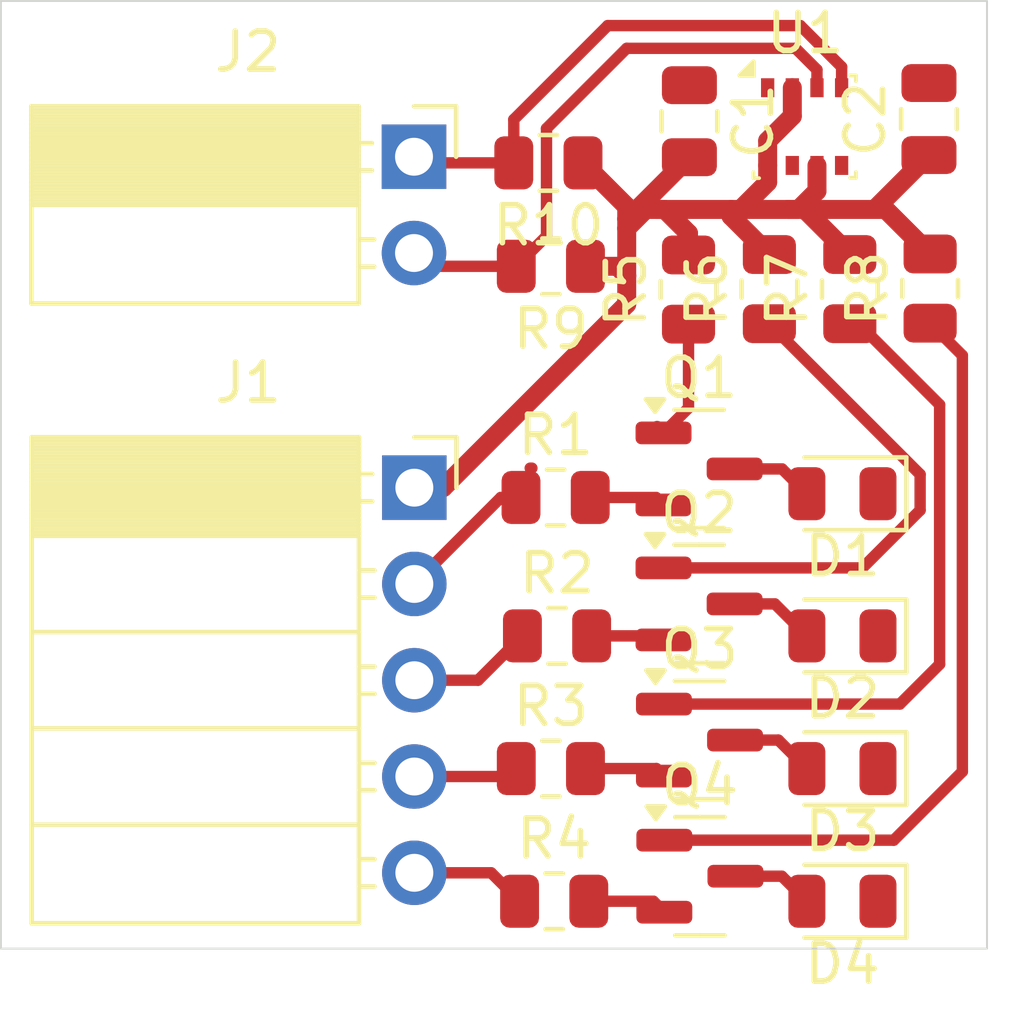
<source format=kicad_pcb>
(kicad_pcb (version 20240108) (generator "pcbnew") (generator_version "8.0")
  (layers (0 "F.Cu" signal) (31 "B.Cu" signal) (34 "B.Paste" user) (35 "F.Paste" user) (36 "B.SilkS" user "B.Silkscreen") (37 "F.SilkS" user "F.Silkscreen") (38 "B.Mask" user) (39 "F.Mask" user) (44 "Edge.Cuts" user))
  (net 0 "")
  (net 1 "Net-(C1-Pad1)")
  (net 2 "3,3V")
  (net 3 "GND")
  (net 4 "Net-(D1-A)")
  (net 5 "Net-(D2-A)")
  (net 6 "Net-(D3-A)")
  (net 7 "Net-(D4-A)")
  (net 8 "IN1")
  (net 9 "IN3")
  (net 10 "IN4")
  (net 11 "IN2")
  (net 12 "OUT2")
  (net 13 "OUT1")
  (net 14 "Net-(Q1-B)")
  (net 15 "Net-(Q1-C)")
  (net 16 "Net-(Q2-B)")
  (net 17 "Net-(Q2-C)")
  (net 18 "Net-(Q3-C)")
  (net 19 "Net-(Q3-B)")
  (net 20 "Net-(Q4-B)")
  (net 21 "Net-(Q4-C)")
  (footprint "Package_TO_SOT_SMD:SOT-23" (layer "F.Cu") (at 95.429527 49.589362)
    (property "Reference" "Q4" (at 0 -2.4 0) (layer "F.SilkS"))
    (property "Value" "NPN")
    (fp_line (start 0 -1.56) (end -0.65 -1.56) (stroke (width 0.12)) (layer "F.SilkS"))
    (fp_line (start 0 -1.56) (end 0.65 -1.56) (stroke (width 0.12)) (layer "F.SilkS"))
    (fp_line (start 0 1.56) (end -0.65 1.56) (stroke (width 0.12)) (layer "F.SilkS"))
    (fp_line (start 0 1.56) (end 0.65 1.56) (stroke (width 0.12)) (layer "F.SilkS"))
    (fp_poly (pts (xy -1.1625 -1.51) (xy -1.4025 -1.84) (xy -0.9225 -1.84) (xy -1.1625 -1.51)) (stroke (width 0.12)) (fill solid) (layer "F.SilkS"))
    (pad "1" smd roundrect (at -0.9375 -0.95) (size 1.475 0.6) (layers "F.Cu" "F.Paste" "F.Mask") (net 21 "Net-(Q4-C)"))
    (pad "2" smd roundrect (at -0.9375 0.95) (size 1.475 0.6) (layers "F.Cu" "F.Paste" "F.Mask") (net 20 "Net-(Q4-B)"))
    (pad "3" smd roundrect (at 0.9375 0) (size 1.475 0.6) (layers "F.Cu" "F.Paste" "F.Mask") (net 7 "Net-(D4-A)"))
  )
  (footprint "Resistor_SMD:R_0805_2012Metric" (layer "F.Cu") (at 101.5 34.0875 90)
    (property "Reference" "R8" (at 0 -1.65 90) (layer "F.SilkS"))
    (property "Value" "82")
    (fp_line (start -0.227064 -0.735) (end 0.227064 -0.735) (stroke (width 0.12)) (layer "F.SilkS"))
    (fp_line (start -0.227064 0.735) (end 0.227064 0.735) (stroke (width 0.12)) (layer "F.SilkS"))
    (pad "1" smd roundrect (at -0.9125 0 90) (size 1.025 1.4) (layers "F.Cu" "F.Paste" "F.Mask") (roundrect_rratio 0.243902) (net 21 "Net-(Q4-C)"))
    (pad "2" smd roundrect (at 0.9125 0 90) (size 1.025 1.4) (layers "F.Cu" "F.Paste" "F.Mask") (roundrect_rratio 0.243902) (net 2 "3,3V"))
  )
  (footprint "Package_TO_SOT_SMD:SOT-23" (layer "F.Cu") (at 95.407978 38.846014)
    (property "Reference" "Q1" (at 0 -2.4 0) (layer "F.SilkS"))
    (property "Value" "NPN")
    (fp_line (start 0 -1.56) (end -0.65 -1.56) (stroke (width 0.12)) (layer "F.SilkS"))
    (fp_line (start 0 -1.56) (end 0.65 -1.56) (stroke (width 0.12)) (layer "F.SilkS"))
    (fp_line (start 0 1.56) (end -0.65 1.56) (stroke (width 0.12)) (layer "F.SilkS"))
    (fp_line (start 0 1.56) (end 0.65 1.56) (stroke (width 0.12)) (layer "F.SilkS"))
    (fp_poly (pts (xy -1.1625 -1.51) (xy -1.4025 -1.84) (xy -0.9225 -1.84) (xy -1.1625 -1.51)) (stroke (width 0.12)) (fill solid) (layer "F.SilkS"))
    (pad "1" smd roundrect (at -0.9375 -0.95) (size 1.475 0.6) (layers "F.Cu" "F.Paste" "F.Mask") (net 15 "Net-(Q1-C)"))
    (pad "2" smd roundrect (at -0.9375 0.95) (size 1.475 0.6) (layers "F.Cu" "F.Paste" "F.Mask") (net 14 "Net-(Q1-B)"))
    (pad "3" smd roundrect (at 0.9375 0) (size 1.475 0.6) (layers "F.Cu" "F.Paste" "F.Mask") (net 4 "Net-(D1-A)"))
  )
  (footprint "Connector_PinSocket_2.54mm:PinSocket_1x05_P2.54mm_Horizontal" (layer "F.Cu") (at 87.9 39.34)
    (property "Reference" "J1" (at -4.38 -2.77 0) (layer "F.SilkS"))
    (property "Value" "Conn_01x05")
    (fp_line (start -10.09 -1.33) (end -10.09 11.49) (stroke (width 0.12)) (layer "F.SilkS"))
    (fp_line (start -10.09 -1.33) (end -1.46 -1.33) (stroke (width 0.12)) (layer "F.SilkS"))
    (fp_line (start -10.09 -1.21) (end -1.46 -1.21) (stroke (width 0.12)) (layer "F.SilkS"))
    (fp_line (start -10.09 -1.091905) (end -1.46 -1.091905) (stroke (width 0.12)) (layer "F.SilkS"))
    (fp_line (start -10.09 -0.97381) (end -1.46 -0.97381) (stroke (width 0.12)) (layer "F.SilkS"))
    (fp_line (start -10.09 -0.855715) (end -1.46 -0.855715) (stroke (width 0.12)) (layer "F.SilkS"))
    (fp_line (start -10.09 -0.73762) (end -1.46 -0.73762) (stroke (width 0.12)) (layer "F.SilkS"))
    (fp_line (start -10.09 -0.619525) (end -1.46 -0.619525) (stroke (width 0.12)) (layer "F.SilkS"))
    (fp_line (start -10.09 -0.50143) (end -1.46 -0.50143) (stroke (width 0.12)) (layer "F.SilkS"))
    (fp_line (start -10.09 -0.383335) (end -1.46 -0.383335) (stroke (width 0.12)) (layer "F.SilkS"))
    (fp_line (start -10.09 -0.26524) (end -1.46 -0.26524) (stroke (width 0.12)) (layer "F.SilkS"))
    (fp_line (start -10.09 -0.147145) (end -1.46 -0.147145) (stroke (width 0.12)) (layer "F.SilkS"))
    (fp_line (start -10.09 -0.02905) (end -1.46 -0.02905) (stroke (width 0.12)) (layer "F.SilkS"))
    (fp_line (start -10.09 0.089045) (end -1.46 0.089045) (stroke (width 0.12)) (layer "F.SilkS"))
    (fp_line (start -10.09 0.20714) (end -1.46 0.20714) (stroke (width 0.12)) (layer "F.SilkS"))
    (fp_line (start -10.09 0.325235) (end -1.46 0.325235) (stroke (width 0.12)) (layer "F.SilkS"))
    (fp_line (start -10.09 0.44333) (end -1.46 0.44333) (stroke (width 0.12)) (layer "F.SilkS"))
    (fp_line (start -10.09 0.561425) (end -1.46 0.561425) (stroke (width 0.12)) (layer "F.SilkS"))
    (fp_line (start -10.09 0.67952) (end -1.46 0.67952) (stroke (width 0.12)) (layer "F.SilkS"))
    (fp_line (start -10.09 0.797615) (end -1.46 0.797615) (stroke (width 0.12)) (layer "F.SilkS"))
    (fp_line (start -10.09 0.91571) (end -1.46 0.91571) (stroke (width 0.12)) (layer "F.SilkS"))
    (fp_line (start -10.09 1.033805) (end -1.46 1.033805) (stroke (width 0.12)) (layer "F.SilkS"))
    (fp_line (start -10.09 1.1519) (end -1.46 1.1519) (stroke (width 0.12)) (layer "F.SilkS"))
    (fp_line (start -10.09 1.27) (end -1.46 1.27) (stroke (width 0.12)) (layer "F.SilkS"))
    (fp_line (start -10.09 3.81) (end -1.46 3.81) (stroke (width 0.12)) (layer "F.SilkS"))
    (fp_line (start -10.09 6.35) (end -1.46 6.35) (stroke (width 0.12)) (layer "F.SilkS"))
    (fp_line (start -10.09 8.89) (end -1.46 8.89) (stroke (width 0.12)) (layer "F.SilkS"))
    (fp_line (start -10.09 11.49) (end -1.46 11.49) (stroke (width 0.12)) (layer "F.SilkS"))
    (fp_line (start -1.46 -1.33) (end -1.46 11.49) (stroke (width 0.12)) (layer "F.SilkS"))
    (fp_line (start -1.46 -0.36) (end -1.11 -0.36) (stroke (width 0.12)) (layer "F.SilkS"))
    (fp_line (start -1.46 0.36) (end -1.11 0.36) (stroke (width 0.12)) (layer "F.SilkS"))
    (fp_line (start -1.46 2.18) (end -1.05 2.18) (stroke (width 0.12)) (layer "F.SilkS"))
    (fp_line (start -1.46 2.9) (end -1.05 2.9) (stroke (width 0.12)) (layer "F.SilkS"))
    (fp_line (start -1.46 4.72) (end -1.05 4.72) (stroke (width 0.12)) (layer "F.SilkS"))
    (fp_line (start -1.46 5.44) (end -1.05 5.44) (stroke (width 0.12)) (layer "F.SilkS"))
    (fp_line (start -1.46 7.26) (end -1.05 7.26) (stroke (width 0.12)) (layer "F.SilkS"))
    (fp_line (start -1.46 7.98) (end -1.05 7.98) (stroke (width 0.12)) (layer "F.SilkS"))
    (fp_line (start -1.46 9.8) (end -1.05 9.8) (stroke (width 0.12)) (layer "F.SilkS"))
    (fp_line (start -1.46 10.52) (end -1.05 10.52) (stroke (width 0.12)) (layer "F.SilkS"))
    (fp_line (start 0 -1.33) (end 1.11 -1.33) (stroke (width 0.12)) (layer "F.SilkS"))
    (fp_line (start 1.11 -1.33) (end 1.11 0) (stroke (width 0.12)) (layer "F.SilkS"))
    (pad "1" thru_hole rect (at 0 0) (size 1.7 1.7) (drill 1) (layers "*.Cu" "*.Mask") (net 2 "3,3V"))
    (pad "2" thru_hole oval (at 0 2.54) (size 1.7 1.7) (drill 1) (layers "*.Cu" "*.Mask") (net 8 "IN1"))
    (pad "3" thru_hole oval (at 0 5.08) (size 1.7 1.7) (drill 1) (layers "*.Cu" "*.Mask") (net 11 "IN2"))
    (pad "4" thru_hole oval (at 0 7.62) (size 1.7 1.7) (drill 1) (layers "*.Cu" "*.Mask") (net 9 "IN3"))
    (pad "5" thru_hole oval (at 0 10.16) (size 1.7 1.7) (drill 1) (layers "*.Cu" "*.Mask") (net 10 "IN4"))
  )
  (footprint "LED_SMD:LED_0805_2012Metric" (layer "F.Cu") (at 99.1875 43.25 180)
    (property "Reference" "D2" (at 0 -1.65 360) (layer "F.SilkS"))
    (property "Value" "LED_Rot")
    (fp_line (start 1 -0.96) (end -1.685 -0.96) (stroke (width 0.12)) (layer "F.SilkS"))
    (fp_line (start -1.685 0.96) (end 1 0.96) (stroke (width 0.12)) (layer "F.SilkS"))
    (fp_line (start -1.685 -0.96) (end -1.685 0.96) (stroke (width 0.12)) (layer "F.SilkS"))
    (pad "1" smd roundrect (at -0.9375 0 180) (size 0.975 1.4) (layers "F.Cu" "F.Paste" "F.Mask") (net 3 "GND"))
    (pad "2" smd roundrect (at 0.9375 0 180) (size 0.975 1.4) (layers "F.Cu" "F.Paste" "F.Mask") (net 5 "Net-(D2-A)"))
  )
  (footprint "Resistor_SMD:R_0805_2012Metric" (layer "F.Cu") (at 91.5875 50.25)
    (property "Reference" "R4" (at 0 -1.65 360) (layer "F.SilkS"))
    (property "Value" "1k")
    (fp_line (start -0.227064 -0.735) (end 0.227064 -0.735) (stroke (width 0.12)) (layer "F.SilkS"))
    (fp_line (start -0.227064 0.735) (end 0.227064 0.735) (stroke (width 0.12)) (layer "F.SilkS"))
    (pad "1" smd roundrect (at -0.9125 0) (size 1.025 1.4) (layers "F.Cu" "F.Paste" "F.Mask") (roundrect_rratio 0.243902) (net 10 "IN4"))
    (pad "2" smd roundrect (at 0.9125 0) (size 1.025 1.4) (layers "F.Cu" "F.Paste" "F.Mask") (roundrect_rratio 0.243902) (net 20 "Net-(Q4-B)"))
  )
  (footprint "Connector_PinSocket_2.54mm:PinSocket_1x02_P2.54mm_Horizontal" (layer "F.Cu") (at 87.891254 30.609838)
    (property "Reference" "J2" (at -4.38 -2.77 0) (layer "F.SilkS"))
    (property "Value" "Conn_01x02")
    (fp_line (start -10.09 -1.33) (end -10.09 3.87) (stroke (width 0.12)) (layer "F.SilkS"))
    (fp_line (start -10.09 -1.33) (end -1.46 -1.33) (stroke (width 0.12)) (layer "F.SilkS"))
    (fp_line (start -10.09 -1.21) (end -1.46 -1.21) (stroke (width 0.12)) (layer "F.SilkS"))
    (fp_line (start -10.09 -1.091905) (end -1.46 -1.091905) (stroke (width 0.12)) (layer "F.SilkS"))
    (fp_line (start -10.09 -0.97381) (end -1.46 -0.97381) (stroke (width 0.12)) (layer "F.SilkS"))
    (fp_line (start -10.09 -0.855715) (end -1.46 -0.855715) (stroke (width 0.12)) (layer "F.SilkS"))
    (fp_line (start -10.09 -0.73762) (end -1.46 -0.73762) (stroke (width 0.12)) (layer "F.SilkS"))
    (fp_line (start -10.09 -0.619525) (end -1.46 -0.619525) (stroke (width 0.12)) (layer "F.SilkS"))
    (fp_line (start -10.09 -0.50143) (end -1.46 -0.50143) (stroke (width 0.12)) (layer "F.SilkS"))
    (fp_line (start -10.09 -0.383335) (end -1.46 -0.383335) (stroke (width 0.12)) (layer "F.SilkS"))
    (fp_line (start -10.09 -0.26524) (end -1.46 -0.26524) (stroke (width 0.12)) (layer "F.SilkS"))
    (fp_line (start -10.09 -0.147145) (end -1.46 -0.147145) (stroke (width 0.12)) (layer "F.SilkS"))
    (fp_line (start -10.09 -0.02905) (end -1.46 -0.02905) (stroke (width 0.12)) (layer "F.SilkS"))
    (fp_line (start -10.09 0.089045) (end -1.46 0.089045) (stroke (width 0.12)) (layer "F.SilkS"))
    (fp_line (start -10.09 0.20714) (end -1.46 0.20714) (stroke (width 0.12)) (layer "F.SilkS"))
    (fp_line (start -10.09 0.325235) (end -1.46 0.325235) (stroke (width 0.12)) (layer "F.SilkS"))
    (fp_line (start -10.09 0.44333) (end -1.46 0.44333) (stroke (width 0.12)) (layer "F.SilkS"))
    (fp_line (start -10.09 0.561425) (end -1.46 0.561425) (stroke (width 0.12)) (layer "F.SilkS"))
    (fp_line (start -10.09 0.67952) (end -1.46 0.67952) (stroke (width 0.12)) (layer "F.SilkS"))
    (fp_line (start -10.09 0.797615) (end -1.46 0.797615) (stroke (width 0.12)) (layer "F.SilkS"))
    (fp_line (start -10.09 0.91571) (end -1.46 0.91571) (stroke (width 0.12)) (layer "F.SilkS"))
    (fp_line (start -10.09 1.033805) (end -1.46 1.033805) (stroke (width 0.12)) (layer "F.SilkS"))
    (fp_line (start -10.09 1.1519) (end -1.46 1.1519) (stroke (width 0.12)) (layer "F.SilkS"))
    (fp_line (start -10.09 1.27) (end -1.46 1.27) (stroke (width 0.12)) (layer "F.SilkS"))
    (fp_line (start -10.09 3.87) (end -1.46 3.87) (stroke (width 0.12)) (layer "F.SilkS"))
    (fp_line (start -1.46 -1.33) (end -1.46 3.87) (stroke (width 0.12)) (layer "F.SilkS"))
    (fp_line (start -1.46 -0.36) (end -1.11 -0.36) (stroke (width 0.12)) (layer "F.SilkS"))
    (fp_line (start -1.46 0.36) (end -1.11 0.36) (stroke (width 0.12)) (layer "F.SilkS"))
    (fp_line (start -1.46 2.18) (end -1.05 2.18) (stroke (width 0.12)) (layer "F.SilkS"))
    (fp_line (start -1.46 2.9) (end -1.05 2.9) (stroke (width 0.12)) (layer "F.SilkS"))
    (fp_line (start 0 -1.33) (end 1.11 -1.33) (stroke (width 0.12)) (layer "F.SilkS"))
    (fp_line (start 1.11 -1.33) (end 1.11 0) (stroke (width 0.12)) (layer "F.SilkS"))
    (pad "1" thru_hole rect (at 0 0) (size 1.7 1.7) (drill 1) (layers "*.Cu" "*.Mask") (net 13 "OUT1"))
    (pad "2" thru_hole oval (at 0 2.54) (size 1.7 1.7) (drill 1) (layers "*.Cu" "*.Mask") (net 12 "OUT2"))
  )
  (footprint "Resistor_SMD:R_0805_2012Metric" (layer "F.Cu") (at 91.5 33.5 180)
    (property "Reference" "R9" (at 0 -1.65 360) (layer "F.SilkS"))
    (property "Value" "4.7k")
    (fp_line (start -0.227064 0.735) (end 0.227064 0.735) (stroke (width 0.12)) (layer "F.SilkS"))
    (fp_line (start -0.227064 -0.735) (end 0.227064 -0.735) (stroke (width 0.12)) (layer "F.SilkS"))
    (pad "1" smd roundrect (at -0.9125 0 180) (size 1.025 1.4) (layers "F.Cu" "F.Paste" "F.Mask") (roundrect_rratio 0.243902) (net 2 "3,3V"))
    (pad "2" smd roundrect (at 0.9125 0 180) (size 1.025 1.4) (layers "F.Cu" "F.Paste" "F.Mask") (roundrect_rratio 0.243902) (net 12 "OUT2"))
  )
  (footprint "Package_TO_SOT_SMD:SOT-23" (layer "F.Cu") (at 95.407978 42.406742)
    (property "Reference" "Q2" (at 0 -2.4 0) (layer "F.SilkS"))
    (property "Value" "NPN")
    (fp_line (start 0 -1.56) (end -0.65 -1.56) (stroke (width 0.12)) (layer "F.SilkS"))
    (fp_line (start 0 -1.56) (end 0.65 -1.56) (stroke (width 0.12)) (layer "F.SilkS"))
    (fp_line (start 0 1.56) (end -0.65 1.56) (stroke (width 0.12)) (layer "F.SilkS"))
    (fp_line (start 0 1.56) (end 0.65 1.56) (stroke (width 0.12)) (layer "F.SilkS"))
    (fp_poly (pts (xy -1.1625 -1.51) (xy -1.4025 -1.84) (xy -0.9225 -1.84) (xy -1.1625 -1.51)) (stroke (width 0.12)) (fill solid) (layer "F.SilkS"))
    (pad "1" smd roundrect (at -0.9375 -0.95) (size 1.475 0.6) (layers "F.Cu" "F.Paste" "F.Mask") (net 17 "Net-(Q2-C)"))
    (pad "2" smd roundrect (at -0.9375 0.95) (size 1.475 0.6) (layers "F.Cu" "F.Paste" "F.Mask") (net 16 "Net-(Q2-B)"))
    (pad "3" smd roundrect (at 0.9375 0) (size 1.475 0.6) (layers "F.Cu" "F.Paste" "F.Mask") (net 5 "Net-(D2-A)"))
  )
  (footprint "Resistor_SMD:R_0805_2012Metric" (layer "F.Cu") (at 97.261798 34.10229 90)
    (property "Reference" "R6" (at 0 -1.65 90) (layer "F.SilkS"))
    (property "Value" "91")
    (fp_line (start -0.227064 -0.735) (end 0.227064 -0.735) (stroke (width 0.12)) (layer "F.SilkS"))
    (fp_line (start -0.227064 0.735) (end 0.227064 0.735) (stroke (width 0.12)) (layer "F.SilkS"))
    (pad "1" smd roundrect (at -0.9125 0 90) (size 1.025 1.4) (layers "F.Cu" "F.Paste" "F.Mask") (roundrect_rratio 0.243902) (net 17 "Net-(Q2-C)"))
    (pad "2" smd roundrect (at 0.9125 0 90) (size 1.025 1.4) (layers "F.Cu" "F.Paste" "F.Mask") (roundrect_rratio 0.243902) (net 2 "3,3V"))
  )
  (footprint "Resistor_SMD:R_0805_2012Metric" (layer "F.Cu") (at 91.625213 39.598569)
    (property "Reference" "R1" (at 0 -1.65 360) (layer "F.SilkS"))
    (property "Value" "1k")
    (fp_line (start -0.227064 -0.735) (end 0.227064 -0.735) (stroke (width 0.12)) (layer "F.SilkS"))
    (fp_line (start -0.227064 0.735) (end 0.227064 0.735) (stroke (width 0.12)) (layer "F.SilkS"))
    (pad "1" smd roundrect (at -0.9125 0) (size 1.025 1.4) (layers "F.Cu" "F.Paste" "F.Mask") (roundrect_rratio 0.243902) (net 8 "IN1"))
    (pad "2" smd roundrect (at 0.9125 0) (size 1.025 1.4) (layers "F.Cu" "F.Paste" "F.Mask") (roundrect_rratio 0.243902) (net 14 "Net-(Q1-B)"))
  )
  (footprint "Resistor_SMD:R_0805_2012Metric" (layer "F.Cu") (at 95.129557 34.113692 90)
    (property "Reference" "R5" (at 0 -1.65 90) (layer "F.SilkS"))
    (property "Value" "x")
    (fp_line (start -0.227064 -0.735) (end 0.227064 -0.735) (stroke (width 0.12)) (layer "F.SilkS"))
    (fp_line (start -0.227064 0.735) (end 0.227064 0.735) (stroke (width 0.12)) (layer "F.SilkS"))
    (pad "1" smd roundrect (at -0.9125 0 90) (size 1.025 1.4) (layers "F.Cu" "F.Paste" "F.Mask") (roundrect_rratio 0.243902) (net 15 "Net-(Q1-C)"))
    (pad "2" smd roundrect (at 0.9125 0 90) (size 1.025 1.4) (layers "F.Cu" "F.Paste" "F.Mask") (roundrect_rratio 0.243902) (net 2 "3,3V"))
  )
  (footprint "Package_LGA:Bosch_LGA-8_2.5x2.5mm_P0.65mm_ClockwisePinNumbering" (layer "F.Cu") (at 98.191188 29.814247)
    (property "Reference" "U1" (at 0.015 -2.465 0) (layer "F.SilkS"))
    (property "Value" "BME280")
    (fp_line (start -1.35 1.35) (end -1.35 1.2) (stroke (width 0.1)) (layer "F.SilkS"))
    (fp_line (start -1.35 1.36) (end -1.2 1.36) (stroke (width 0.1)) (layer "F.SilkS"))
    (fp_line (start 1.2 -1.35) (end 1.35 -1.35) (stroke (width 0.1)) (layer "F.SilkS"))
    (fp_line (start 1.35 -1.35) (end 1.35 -1.2) (stroke (width 0.1)) (layer "F.SilkS"))
    (fp_line (start 1.35 1.35) (end 1.2 1.35) (stroke (width 0.1)) (layer "F.SilkS"))
    (fp_line (start 1.35 1.35) (end 1.35 1.2) (stroke (width 0.1)) (layer "F.SilkS"))
    (fp_poly (pts (xy -1.35 -1.35) (xy -1.71 -1.35) (xy -1.35 -1.71) (xy -1.35 -1.35)) (stroke (width 0.12)) (fill solid) (layer "F.SilkS"))
    (pad "1" smd rect (at -0.975 -1.025 90) (size 0.5 0.35) (layers "F.Cu" "F.Paste" "F.Mask") (net 1 "Net-(C1-Pad1)"))
    (pad "2" smd rect (at -0.325 -1.025 90) (size 0.5 0.35) (layers "F.Cu" "F.Paste" "F.Mask") (net 2 "3,3V"))
    (pad "3" smd rect (at 0.325 -1.025 90) (size 0.5 0.35) (layers "F.Cu" "F.Paste" "F.Mask") (net 12 "OUT2"))
    (pad "4" smd rect (at 0.975 -1.025 90) (size 0.5 0.35) (layers "F.Cu" "F.Paste" "F.Mask") (net 13 "OUT1"))
    (pad "5" smd rect (at 0.975 1.025 90) (size 0.5 0.35) (layers "F.Cu" "F.Paste" "F.Mask") (net 3 "GND"))
    (pad "6" smd rect (at 0.325 1.025 90) (size 0.5 0.35) (layers "F.Cu" "F.Paste" "F.Mask") (net 2 "3,3V"))
    (pad "7" smd rect (at -0.325 1.025 90) (size 0.5 0.35) (layers "F.Cu" "F.Paste" "F.Mask") (net 3 "GND"))
    (pad "8" smd rect (at -0.975 1.025 90) (size 0.5 0.35) (layers "F.Cu" "F.Paste" "F.Mask") (net 2 "3,3V"))
  )
  (footprint "LED_SMD:LED_0805_2012Metric" (layer "F.Cu") (at 99.1875 46.75 180)
    (property "Reference" "D3" (at 0 -1.65 360) (layer "F.SilkS"))
    (property "Value" "LED_Gelb")
    (fp_line (start 1 -0.96) (end -1.685 -0.96) (stroke (width 0.12)) (layer "F.SilkS"))
    (fp_line (start -1.685 0.96) (end 1 0.96) (stroke (width 0.12)) (layer "F.SilkS"))
    (fp_line (start -1.685 -0.96) (end -1.685 0.96) (stroke (width 0.12)) (layer "F.SilkS"))
    (pad "1" smd roundrect (at -0.9375 0 180) (size 0.975 1.4) (layers "F.Cu" "F.Paste" "F.Mask") (net 3 "GND"))
    (pad "2" smd roundrect (at 0.9375 0 180) (size 0.975 1.4) (layers "F.Cu" "F.Paste" "F.Mask") (net 6 "Net-(D3-A)"))
  )
  (footprint "Capacitor_SMD:C_0805_2012Metric" (layer "F.Cu") (at 95.152362 29.672602 -90)
    (property "Reference" "C1" (at 0 -1.68 90) (layer "F.SilkS"))
    (property "Value" "100n")
    (fp_line (start -0.261252 0.735) (end 0.261252 0.735) (stroke (width 0.12)) (layer "F.SilkS"))
    (fp_line (start -0.261252 -0.735) (end 0.261252 -0.735) (stroke (width 0.12)) (layer "F.SilkS"))
    (pad "1" smd roundrect (at -0.95 0 270) (size 1 1.45) (layers "F.Cu" "F.Paste" "F.Mask") (net 1 "Net-(C1-Pad1)"))
    (pad "2" smd roundrect (at 0.95 0 270) (size 1 1.45) (layers "F.Cu" "F.Paste" "F.Mask") (net 2 "3,3V"))
  )
  (footprint "Resistor_SMD:R_0805_2012Metric" (layer "F.Cu") (at 91.6625 43.25)
    (property "Reference" "R2" (at 0 -1.65 360) (layer "F.SilkS"))
    (property "Value" "1k")
    (fp_line (start -0.227064 -0.735) (end 0.227064 -0.735) (stroke (width 0.12)) (layer "F.SilkS"))
    (fp_line (start -0.227064 0.735) (end 0.227064 0.735) (stroke (width 0.12)) (layer "F.SilkS"))
    (pad "1" smd roundrect (at -0.9125 0) (size 1.025 1.4) (layers "F.Cu" "F.Paste" "F.Mask") (roundrect_rratio 0.243902) (net 11 "IN2"))
    (pad "2" smd roundrect (at 0.9125 0) (size 1.025 1.4) (layers "F.Cu" "F.Paste" "F.Mask") (roundrect_rratio 0.243902) (net 16 "Net-(Q2-B)"))
  )
  (footprint "Resistor_SMD:R_0805_2012Metric" (layer "F.Cu") (at 99.382636 34.10229 90)
    (property "Reference" "R7" (at 0 -1.65 90) (layer "F.SilkS"))
    (property "Value" "0")
    (fp_line (start -0.227064 -0.735) (end 0.227064 -0.735) (stroke (width 0.12)) (layer "F.SilkS"))
    (fp_line (start -0.227064 0.735) (end 0.227064 0.735) (stroke (width 0.12)) (layer "F.SilkS"))
    (pad "1" smd roundrect (at -0.9125 0 90) (size 1.025 1.4) (layers "F.Cu" "F.Paste" "F.Mask") (roundrect_rratio 0.243902) (net 18 "Net-(Q3-C)"))
    (pad "2" smd roundrect (at 0.9125 0 90) (size 1.025 1.4) (layers "F.Cu" "F.Paste" "F.Mask") (roundrect_rratio 0.243902) (net 2 "3,3V"))
  )
  (footprint "Resistor_SMD:R_0805_2012Metric" (layer "F.Cu") (at 91.434737 30.771289 180)
    (property "Reference" "R10" (at 0 -1.65 360) (layer "F.SilkS"))
    (property "Value" "4.7k")
    (fp_line (start -0.227064 0.735) (end 0.227064 0.735) (stroke (width 0.12)) (layer "F.SilkS"))
    (fp_line (start -0.227064 -0.735) (end 0.227064 -0.735) (stroke (width 0.12)) (layer "F.SilkS"))
    (pad "1" smd roundrect (at -0.9125 0 180) (size 1.025 1.4) (layers "F.Cu" "F.Paste" "F.Mask") (roundrect_rratio 0.243902) (net 2 "3,3V"))
    (pad "2" smd roundrect (at 0.9125 0 180) (size 1.025 1.4) (layers "F.Cu" "F.Paste" "F.Mask") (roundrect_rratio 0.243902) (net 13 "OUT1"))
  )
  (footprint "Capacitor_SMD:C_0805_2012Metric" (layer "F.Cu") (at 101.469267 29.61559 90)
    (property "Reference" "C2" (at 0 -1.68 90) (layer "F.SilkS"))
    (property "Value" "100n")
    (fp_line (start -0.261252 -0.735) (end 0.261252 -0.735) (stroke (width 0.12)) (layer "F.SilkS"))
    (fp_line (start -0.261252 0.735) (end 0.261252 0.735) (stroke (width 0.12)) (layer "F.SilkS"))
    (pad "1" smd roundrect (at -0.95 0 90) (size 1 1.45) (layers "F.Cu" "F.Paste" "F.Mask") (net 2 "3,3V"))
    (pad "2" smd roundrect (at 0.95 0 90) (size 1 1.45) (layers "F.Cu" "F.Paste" "F.Mask") (net 3 "GND"))
  )
  (footprint "Package_TO_SOT_SMD:SOT-23" (layer "F.Cu") (at 95.41938 45.998484)
    (property "Reference" "Q3" (at 0 -2.4 0) (layer "F.SilkS"))
    (property "Value" "NPN")
    (fp_line (start 0 -1.56) (end -0.65 -1.56) (stroke (width 0.12)) (layer "F.SilkS"))
    (fp_line (start 0 -1.56) (end 0.65 -1.56) (stroke (width 0.12)) (layer "F.SilkS"))
    (fp_line (start 0 1.56) (end -0.65 1.56) (stroke (width 0.12)) (layer "F.SilkS"))
    (fp_line (start 0 1.56) (end 0.65 1.56) (stroke (width 0.12)) (layer "F.SilkS"))
    (fp_poly (pts (xy -1.1625 -1.51) (xy -1.4025 -1.84) (xy -0.9225 -1.84) (xy -1.1625 -1.51)) (stroke (width 0.12)) (fill solid) (layer "F.SilkS"))
    (pad "1" smd roundrect (at -0.9375 -0.95) (size 1.475 0.6) (layers "F.Cu" "F.Paste" "F.Mask") (net 18 "Net-(Q3-C)"))
    (pad "2" smd roundrect (at -0.9375 0.95) (size 1.475 0.6) (layers "F.Cu" "F.Paste" "F.Mask") (net 19 "Net-(Q3-B)"))
    (pad "3" smd roundrect (at 0.9375 0) (size 1.475 0.6) (layers "F.Cu" "F.Paste" "F.Mask") (net 6 "Net-(D3-A)"))
  )
  (footprint "Resistor_SMD:R_0805_2012Metric" (layer "F.Cu") (at 91.5 46.75)
    (property "Reference" "R3" (at 0 -1.65 360) (layer "F.SilkS"))
    (property "Value" "1k")
    (fp_line (start -0.227064 -0.735) (end 0.227064 -0.735) (stroke (width 0.12)) (layer "F.SilkS"))
    (fp_line (start -0.227064 0.735) (end 0.227064 0.735) (stroke (width 0.12)) (layer "F.SilkS"))
    (pad "1" smd roundrect (at -0.9125 0) (size 1.025 1.4) (layers "F.Cu" "F.Paste" "F.Mask") (roundrect_rratio 0.243902) (net 9 "IN3"))
    (pad "2" smd roundrect (at 0.9125 0) (size 1.025 1.4) (layers "F.Cu" "F.Paste" "F.Mask") (roundrect_rratio 0.243902) (net 19 "Net-(Q3-B)"))
  )
  (footprint "LED_SMD:LED_0805_2012Metric" (layer "F.Cu") (at 99.1875 50.25 180)
    (property "Reference" "D4" (at 0 -1.65 360) (layer "F.SilkS"))
    (property "Value" "LED_Gruen")
    (fp_line (start 1 -0.96) (end -1.685 -0.96) (stroke (width 0.12)) (layer "F.SilkS"))
    (fp_line (start -1.685 0.96) (end 1 0.96) (stroke (width 0.12)) (layer "F.SilkS"))
    (fp_line (start -1.685 -0.96) (end -1.685 0.96) (stroke (width 0.12)) (layer "F.SilkS"))
    (pad "1" smd roundrect (at -0.9375 0 180) (size 0.975 1.4) (layers "F.Cu" "F.Paste" "F.Mask") (net 3 "GND"))
    (pad "2" smd roundrect (at 0.9375 0 180) (size 0.975 1.4) (layers "F.Cu" "F.Paste" "F.Mask") (net 7 "Net-(D4-A)"))
  )
  (footprint "LED_SMD:LED_0805_2012Metric" (layer "F.Cu") (at 99.1875 39.5 180)
    (property "Reference" "D1" (at 0 -1.65 360) (layer "F.SilkS"))
    (property "Value" "LED_Blau")
    (fp_line (start 1 -0.96) (end -1.685 -0.96) (stroke (width 0.12)) (layer "F.SilkS"))
    (fp_line (start -1.685 0.96) (end 1 0.96) (stroke (width 0.12)) (layer "F.SilkS"))
    (fp_line (start -1.685 -0.96) (end -1.685 0.96) (stroke (width 0.12)) (layer "F.SilkS"))
    (pad "1" smd roundrect (at -0.9375 0 180) (size 0.975 1.4) (layers "F.Cu" "F.Paste" "F.Mask") (net 3 "GND"))
    (pad "2" smd roundrect (at 0.9375 0 180) (size 0.975 1.4) (layers "F.Cu" "F.Paste" "F.Mask") (net 4 "Net-(D1-A)"))
  )
  (gr_rect (start 77 26.5) (end 103 51.5) (stroke (width 0.05)) (fill none) (layer "Edge.Cuts"))
  (segment (start 96.25 32.177992) (end 97.261798 33.18979) (width 0.5) (layer "F.Cu") (net 2))
  (segment (start 93.25 33.5) (end 92.4125 33.5) (width 0.5) (layer "F.Cu") (net 2))
  (segment (start 95.129557 32.629557) (end 95.129557 33.201192) (width 0.5) (layer "F.Cu") (net 2))
  (segment (start 93.5 34.5) (end 93.5 33.75) (width 0.5) (layer "F.Cu") (net 2))
  (segment (start 93.5 33.75) (end 93.25 33.5) (width 0.5) (layer "F.Cu") (net 2))
  (segment (start 94.25 32) (end 94.5 32) (width 0.5) (layer "F.Cu") (net 2))
  (segment (start 93.5 32.25) (end 93.5 31.924052) (width 0.5) (layer "F.Cu") (net 2))
  (segment (start 87.9 39.34) (end 88.66 39.34) (width 0.5) (layer "F.Cu") (net 2))
  (segment (start 93.5 31.924052) (end 92.347237 30.771289) (width 0.5) (layer "F.Cu") (net 2))
  (segment (start 98.25 32) (end 98.25 32.057154) (width 0.5) (layer "F.Cu") (net 2))
  (segment (start 97.216188 31.283812) (end 97.216188 30.839247) (width 0.5) (layer "F.Cu") (net 2))
  (segment (start 93.524964 32.25) (end 95.152362 30.622602) (width 0.5) (layer "F.Cu") (net 2))
  (segment (start 101.5 33) (end 101.5 33.175) (width 0.5) (layer "F.Cu") (net 2))
  (segment (start 97.866188 29.539247) (end 97.866188 28.789247) (width 0.5) (layer "F.Cu") (net 2))
  (segment (start 94 32) (end 94.25 32) (width 0.5) (layer "F.Cu") (net 2))
  (segment (start 97.216188 30.189247) (end 97.866188 29.539247) (width 0.5) (layer "F.Cu") (net 2))
  (segment (start 93.5 32.5) (end 93.5 32.25) (width 0.5) (layer "F.Cu") (net 2))
  (segment (start 98.25 32) (end 100.034857 32) (width 0.5) (layer "F.Cu") (net 2))
  (segment (start 97.75 32) (end 98.25 32) (width 0.5) (layer "F.Cu") (net 2))
  (segment (start 97.75 32) (end 98.030435 32) (width 0.5) (layer "F.Cu") (net 2))
  (segment (start 100.325 32) (end 101.5 33.175) (width 0.5) (layer "F.Cu") (net 2))
  (segment (start 96.5 32) (end 97.75 32) (width 0.5) (layer "F.Cu") (net 2))
  (segment (start 93.5 32.25) (end 93.524964 32.25) (width 0.5) (layer "F.Cu") (net 2))
  (segment (start 96.5 32) (end 97.216188 31.283812) (width 0.5) (layer "F.Cu") (net 2))
  (segment (start 93.5 32.5) (end 94 32) (width 0.5) (layer "F.Cu") (net 2))
  (segment (start 97.216188 30.839247) (end 97.216188 30.189247) (width 0.5) (layer "F.Cu") (net 2))
  (segment (start 98.030435 32) (end 98.516188 31.514247) (width 0.5) (layer "F.Cu") (net 2))
  (segment (start 98.25 32.057154) (end 99.382636 33.18979) (width 0.5) (layer "F.Cu") (net 2))
  (segment (start 100.034857 32) (end 101.469267 30.56559) (width 0.5) (layer "F.Cu") (net 2))
  (segment (start 96.25 32) (end 96.25 32.177992) (width 0.5) (layer "F.Cu") (net 2))
  (segment (start 96.25 32) (end 96.5 32) (width 0.5) (layer "F.Cu") (net 2))
  (segment (start 98.516188 31.514247) (end 98.516188 30.839247) (width 0.5) (layer "F.Cu") (net 2))
  (segment (start 94.25 32) (end 96.25 32) (width 0.5) (layer "F.Cu") (net 2))
  (segment (start 100.034857 32) (end 100.325 32) (width 0.5) (layer "F.Cu") (net 2))
  (segment (start 93.5 33.75) (end 93.5 32.5) (width 0.5) (layer "F.Cu") (net 2))
  (segment (start 88.66 39.34) (end 93.5 34.5) (width 0.5) (layer "F.Cu") (net 2))
  (segment (start 94.5 32) (end 95.129557 32.629557) (width 0.5) (layer "F.Cu") (net 2))
  (segment (start 96.345478 38.846014) (end 97.596014 38.846014) (width 0.3) (layer "F.Cu") (net 4))
  (segment (start 97.596014 38.846014) (end 98.25 39.5) (width 0.3) (layer "F.Cu") (net 4))
  (segment (start 97.406742 42.406742) (end 98.25 43.25) (width 0.3) (layer "F.Cu") (net 5))
  (segment (start 96.345478 42.406742) (end 97.406742 42.406742) (width 0.3) (layer "F.Cu") (net 5))
  (segment (start 96.35688 45.998484) (end 97.498484 45.998484) (width 0.3) (layer "F.Cu") (net 6))
  (segment (start 97.498484 45.998484) (end 98.25 46.75) (width 0.3) (layer "F.Cu") (net 6))
  (segment (start 96.367027 49.589362) (end 97.589362 49.589362) (width 0.3) (layer "F.Cu") (net 7))
  (segment (start 97.589362 49.589362) (end 98.25 50.25) (width 0.3) (layer "F.Cu") (net 7))
  (segment (start 90.955 38.825) (end 91 38.825) (width 0.3) (layer "F.Cu") (net 8))
  (segment (start 87.9 41.88) (end 90.181431 39.598569) (width 0.3) (layer "F.Cu") (net 8))
  (segment (start 90.181431 39.598569) (end 90.712713 39.598569) (width 0.3) (layer "F.Cu") (net 8))
  (segment (start 90.3775 46.96) (end 90.5875 46.75) (width 0.3) (layer "F.Cu") (net 9))
  (segment (start 87.9 46.96) (end 90.3775 46.96) (width 0.3) (layer "F.Cu") (net 9))
  (segment (start 87.9 49.5) (end 89.925 49.5) (width 0.3) (layer "F.Cu") (net 10))
  (segment (start 89.925 49.5) (end 90.675 50.25) (width 0.3) (layer "F.Cu") (net 10))
  (segment (start 89.58 44.42) (end 90.75 43.25) (width 0.3) (layer "F.Cu") (net 11))
  (segment (start 87.9 44.42) (end 89.58 44.42) (width 0.3) (layer "F.Cu") (net 11))
  (segment (start 91.384737 29.865263) (end 91.384737 32.702763) (width 0.3) (layer "F.Cu") (net 12))
  (segment (start 98.516188 28.789247) (end 98.516188 28.314247) (width 0.3) (layer "F.Cu") (net 12))
  (segment (start 91.384737 32.702763) (end 90.5875 33.5) (width 0.3) (layer "F.Cu") (net 12))
  (segment (start 97.951941 27.75) (end 93.5 27.75) (width 0.3) (layer "F.Cu") (net 12))
  (segment (start 93.5 27.75) (end 91.384737 29.865263) (width 0.3) (layer "F.Cu") (net 12))
  (segment (start 90.5875 33.5) (end 88.241416 33.5) (width 0.3) (layer "F.Cu") (net 12))
  (segment (start 88.241416 33.5) (end 87.891254 33.149838) (width 0.3) (layer "F.Cu") (net 12))
  (segment (start 98.516188 28.314247) (end 97.951941 27.75) (width 0.3) (layer "F.Cu") (net 12))
  (segment (start 99.166188 28.789247) (end 99.166188 28.239247) (width 0.3) (layer "F.Cu") (net 13))
  (segment (start 99.166188 28.239247) (end 98.076941 27.15) (width 0.3) (layer "F.Cu") (net 13))
  (segment (start 90.522237 30.771289) (end 88.052705 30.771289) (width 0.3) (layer "F.Cu") (net 13))
  (segment (start 90.522237 29.627763) (end 90.522237 30.771289) (width 0.3) (layer "F.Cu") (net 13))
  (segment (start 93 27.15) (end 90.522237 29.627763) (width 0.3) (layer "F.Cu") (net 13))
  (segment (start 88.052705 30.771289) (end 87.891254 30.609838) (width 0.3) (layer "F.Cu") (net 13))
  (segment (start 98.076941 27.15) (end 93 27.15) (width 0.3) (layer "F.Cu") (net 13))
  (segment (start 92.537713 39.598569) (end 94.273033 39.598569) (width 0.3) (layer "F.Cu") (net 14))
  (segment (start 94.273033 39.598569) (end 94.470478 39.796014) (width 0.3) (layer "F.Cu") (net 14))
  (segment (start 95.129557 37.236935) (end 94.470478 37.896014) (width 0.3) (layer "F.Cu") (net 15))
  (segment (start 94.30045 37.725986) (end 94.470478 37.896014) (width 0.3) (layer "F.Cu") (net 15))
  (segment (start 95.129557 35.026192) (end 95.129557 37.236935) (width 0.3) (layer "F.Cu") (net 15))
  (segment (start 94.363736 43.25) (end 94.470478 43.356742) (width 0.3) (layer "F.Cu") (net 16))
  (segment (start 92.575 43.25) (end 94.363736 43.25) (width 0.3) (layer "F.Cu") (net 16))
  (segment (start 101.236137 38.989129) (end 101.236137 39.935307) (width 0.3) (layer "F.Cu") (net 17))
  (segment (start 99.714702 41.456742) (end 94.470478 41.456742) (width 0.3) (layer "F.Cu") (net 17))
  (segment (start 101.236137 39.935307) (end 99.714702 41.456742) (width 0.3) (layer "F.Cu") (net 17))
  (segment (start 97.261798 35.01479) (end 101.236137 38.989129) (width 0.3) (layer "F.Cu") (net 17))
  (segment (start 99.61479 35.01479) (end 101.75 37.15) (width 0.3) (layer "F.Cu") (net 18))
  (segment (start 101.75 37.15) (end 101.75 44) (width 0.3) (layer "F.Cu") (net 18))
  (segment (start 101.75 44) (end 100.701516 45.048484) (width 0.3) (layer "F.Cu") (net 18))
  (segment (start 100.701516 45.048484) (end 94.48188 45.048484) (width 0.3) (layer "F.Cu") (net 18))
  (segment (start 99.382636 35.01479) (end 99.61479 35.01479) (width 0.3) (layer "F.Cu") (net 18))
  (segment (start 94.283396 46.75) (end 94.48188 46.948484) (width 0.3) (layer "F.Cu") (net 19))
  (segment (start 92.4125 46.75) (end 94.283396 46.75) (width 0.3) (layer "F.Cu") (net 19))
  (segment (start 94.202665 50.25) (end 94.492027 50.539362) (width 0.3) (layer "F.Cu") (net 20))
  (segment (start 92.5 50.25) (end 94.202665 50.25) (width 0.3) (layer "F.Cu") (net 20))
  (segment (start 102.35 46.83032) (end 100.540958 48.639362) (width 0.3) (layer "F.Cu") (net 21))
  (segment (start 101.5 35) (end 102.35 35.85) (width 0.3) (layer "F.Cu") (net 21))
  (segment (start 102.35 35.85) (end 102.35 46.83032) (width 0.3) (layer "F.Cu") (net 21))
  (segment (start 100.540958 48.639362) (end 94.492027 48.639362) (width 0.3) (layer "F.Cu") (net 21))
)
</source>
